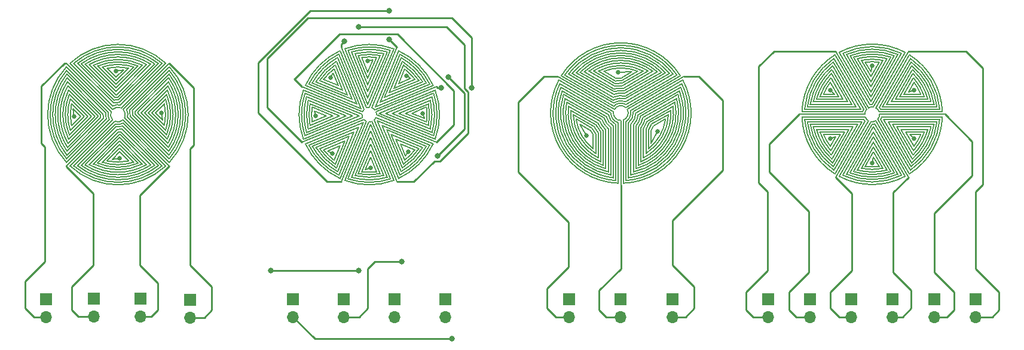
<source format=gbr>
%TF.GenerationSoftware,KiCad,Pcbnew,(6.0.5)*%
%TF.CreationDate,2022-07-10T09:12:34-07:00*%
%TF.ProjectId,micro-motor-proto-01,6d696372-6f2d-46d6-9f74-6f722d70726f,rev?*%
%TF.SameCoordinates,Original*%
%TF.FileFunction,Copper,L2,Bot*%
%TF.FilePolarity,Positive*%
%FSLAX46Y46*%
G04 Gerber Fmt 4.6, Leading zero omitted, Abs format (unit mm)*
G04 Created by KiCad (PCBNEW (6.0.5)) date 2022-07-10 09:12:34*
%MOMM*%
%LPD*%
G01*
G04 APERTURE LIST*
%TA.AperFunction,ComponentPad*%
%ADD10O,1.700000X1.700000*%
%TD*%
%TA.AperFunction,ComponentPad*%
%ADD11R,1.700000X1.700000*%
%TD*%
%TA.AperFunction,ViaPad*%
%ADD12C,0.800000*%
%TD*%
%TA.AperFunction,ViaPad*%
%ADD13C,0.650000*%
%TD*%
%TA.AperFunction,Conductor*%
%ADD14C,0.250000*%
%TD*%
%TA.AperFunction,Conductor*%
%ADD15C,0.203200*%
%TD*%
G04 APERTURE END LIST*
D10*
%TO.P,J17,2,Pin_2*%
%TO.N,/3-6 PhF*%
X169657320Y-78711658D03*
D11*
%TO.P,J17,1,Pin_1*%
X169657320Y-76171658D03*
%TD*%
%TO.P,J5,1,Pin_1*%
%TO.N,/2-8 PhA*%
X94570245Y-76171658D03*
D10*
%TO.P,J5,2,Pin_2*%
X94570245Y-78711658D03*
%TD*%
D11*
%TO.P,J3,1,Pin_1*%
%TO.N,/2 PhC*%
X37986052Y-76188129D03*
D10*
%TO.P,J3,2,Pin_2*%
X37986052Y-78728129D03*
%TD*%
D11*
%TO.P,J6,1,Pin_1*%
%TO.N,/2-8 PhB*%
X87372373Y-76171658D03*
D10*
%TO.P,J6,2,Pin_2*%
X87372373Y-78711658D03*
%TD*%
%TO.P,J13,2,Pin_2*%
%TO.N,/3-6 PhB*%
X157910033Y-78711658D03*
D11*
%TO.P,J13,1,Pin_1*%
X157910033Y-76171658D03*
%TD*%
D10*
%TO.P,J14,2,Pin_2*%
%TO.N,/3-6 PhC*%
X152036391Y-78711658D03*
D11*
%TO.P,J14,1,Pin_1*%
X152036391Y-76171658D03*
%TD*%
D10*
%TO.P,J16,2,Pin_2*%
%TO.N,/3-6 PhE*%
X140289107Y-78711658D03*
D11*
%TO.P,J16,1,Pin_1*%
X140289107Y-76171658D03*
%TD*%
%TO.P,J8,1,Pin_1*%
%TO.N,/2-8 PhD*%
X72976633Y-76171658D03*
D10*
%TO.P,J8,2,Pin_2*%
X72976633Y-78711658D03*
%TD*%
D11*
%TO.P,J9,1,Pin_1*%
%TO.N,/3 PhA*%
X126709475Y-76171658D03*
D10*
%TO.P,J9,2,Pin_2*%
X126709475Y-78711658D03*
%TD*%
D11*
%TO.P,J11,1,Pin_1*%
%TO.N,/3 PhC*%
X112037177Y-76171658D03*
D10*
%TO.P,J11,2,Pin_2*%
X112037177Y-78711658D03*
%TD*%
D11*
%TO.P,J1,1,Pin_1*%
%TO.N,/2 PhA*%
X51386052Y-76123129D03*
D10*
%TO.P,J1,2,Pin_2*%
X51386052Y-78663129D03*
%TD*%
%TO.P,J15,2,Pin_2*%
%TO.N,/3-6 PhD*%
X146162749Y-78711658D03*
D11*
%TO.P,J15,1,Pin_1*%
X146162749Y-76171658D03*
%TD*%
%TO.P,J2,1,Pin_1*%
%TO.N,/2 PhB*%
X44756885Y-76090187D03*
D10*
%TO.P,J2,2,Pin_2*%
X44756885Y-78630187D03*
%TD*%
D11*
%TO.P,J4,1,Pin_1*%
%TO.N,/2 PhD*%
X58361052Y-76263129D03*
D10*
%TO.P,J4,2,Pin_2*%
X58361052Y-78803129D03*
%TD*%
%TO.P,J12,2,Pin_2*%
%TO.N,/3-6 PhA*%
X163783675Y-78711658D03*
D11*
%TO.P,J12,1,Pin_1*%
X163783675Y-76171658D03*
%TD*%
%TO.P,J10,1,Pin_1*%
%TO.N,/3 PhB*%
X119373326Y-76171658D03*
D10*
%TO.P,J10,2,Pin_2*%
X119373326Y-78711658D03*
%TD*%
D11*
%TO.P,J7,1,Pin_1*%
%TO.N,/2-8 PhC*%
X80174503Y-76171658D03*
D10*
%TO.P,J7,2,Pin_2*%
X80174503Y-78711658D03*
%TD*%
D12*
%TO.N,/2-8 PhB*%
X82296000Y-72136000D03*
X69850000Y-72136000D03*
%TO.N,/2-8 PhC*%
X88392000Y-70866000D03*
X93472000Y-55880000D03*
X94996000Y-44704000D03*
%TO.N,/2-8 PhD*%
X95504000Y-81788000D03*
%TO.N,/2-8 PhC*%
X86614000Y-39370000D03*
X86614000Y-35306000D03*
%TO.N,/2-8 PhD*%
X93980000Y-46228000D03*
X98298000Y-46228000D03*
%TO.N,/2-8 PhB*%
X82296000Y-37592000D03*
X80264000Y-39624000D03*
D13*
%TO.N,/2 PhA*%
X48425000Y-56162431D03*
%TO.N,/2 PhB*%
X42009736Y-50250062D03*
%TO.N,/2 PhC*%
X47922104Y-43834799D03*
%TO.N,/2 PhD*%
X54337368Y-49747169D03*
%TO.N,/2-8 PhA*%
X78271028Y-44769754D03*
X89275850Y-55230246D03*
%TO.N,/2-8 PhB*%
X83580989Y-42410865D03*
X83965889Y-57589135D03*
%TO.N,/2-8 PhC*%
X78543193Y-55502411D03*
X89003685Y-44497589D03*
%TO.N,/2-8 PhD*%
X91362574Y-49807550D03*
X76184304Y-50192450D03*
%TO.N,/3 PhA*%
X124609853Y-52362618D03*
%TO.N,/3 PhB*%
X114559700Y-53002321D03*
%TO.N,/3 PhC*%
X119030779Y-43978782D03*
%TO.N,/3-6 PhA*%
X160959120Y-53402158D03*
%TO.N,/3-6 PhB*%
X154999999Y-56842658D03*
%TO.N,/3-6 PhC*%
X149040878Y-53402158D03*
%TO.N,/3-6 PhD*%
X149040878Y-46521158D03*
%TO.N,/3-6 PhE*%
X154999999Y-43080658D03*
%TO.N,/3-6 PhF*%
X160959120Y-46521158D03*
%TD*%
D14*
%TO.N,/2-8 PhB*%
X82042000Y-72136000D02*
X82296000Y-72136000D01*
X69850000Y-72136000D02*
X82042000Y-72136000D01*
%TO.N,/2-8 PhC*%
X83566000Y-77470000D02*
X82324342Y-78711658D01*
X83566000Y-71882000D02*
X83566000Y-77470000D01*
X84582000Y-70866000D02*
X83566000Y-71882000D01*
X97282000Y-52070000D02*
X93472000Y-55880000D01*
X97282000Y-46990000D02*
X97282000Y-52070000D01*
%TO.N,/2-8 PhB*%
X90094206Y-59520394D02*
X87716915Y-59520394D01*
X97731511Y-52645089D02*
X93772099Y-56604501D01*
X97731511Y-46803807D02*
X97731511Y-52645089D01*
X97223510Y-46295806D02*
X97731511Y-46803807D01*
X97223510Y-40073510D02*
X97223510Y-46295806D01*
X94742000Y-37592000D02*
X97223510Y-40073510D01*
%TO.N,/2-8 PhC*%
X94996000Y-44704000D02*
X97282000Y-46990000D01*
%TO.N,/2-8 PhA*%
X95758000Y-51479308D02*
X93293832Y-53943476D01*
X95758000Y-46609704D02*
X95758000Y-51479308D01*
%TO.N,/2-8 PhB*%
X82296000Y-37592000D02*
X94742000Y-37592000D01*
%TO.N,/2-8 PhA*%
X79597842Y-38608000D02*
X87756296Y-38608000D01*
X74253046Y-46056524D02*
X73154522Y-44958000D01*
%TO.N,/2-8 PhC*%
X88392000Y-70866000D02*
X84582000Y-70866000D01*
%TO.N,/2-8 PhB*%
X93772099Y-56604501D02*
X93010099Y-56604501D01*
%TO.N,/2-8 PhA*%
X73154522Y-44958000D02*
X73247842Y-44958000D01*
X87756296Y-38608000D02*
X95758000Y-46609704D01*
%TO.N,/2-8 PhB*%
X93010099Y-56604501D02*
X90094206Y-59520394D01*
%TO.N,/2-8 PhA*%
X73247842Y-44958000D02*
X79597842Y-38608000D01*
%TO.N,/2-8 PhC*%
X82324342Y-78711658D02*
X80174503Y-78711658D01*
%TO.N,/2-8 PhD*%
X95504000Y-81788000D02*
X76052975Y-81788000D01*
X76052975Y-81788000D02*
X72976633Y-78711658D01*
%TO.N,/3-6 PhF*%
X171986342Y-78711658D02*
X169657320Y-78711658D01*
X169672000Y-71882000D02*
X172974000Y-75184000D01*
X172974000Y-75184000D02*
X172974000Y-77724000D01*
X169672000Y-60960000D02*
X169672000Y-71882000D01*
X170688000Y-59944000D02*
X169672000Y-60960000D01*
X170688000Y-43434000D02*
X170688000Y-59944000D01*
X168291439Y-41037439D02*
X170688000Y-43434000D01*
X160152399Y-41037439D02*
X168291439Y-41037439D01*
X172974000Y-77724000D02*
X171986342Y-78711658D01*
%TO.N,/3-6 PhA*%
X165579658Y-78711658D02*
X163783675Y-78711658D01*
X165608000Y-78740000D02*
X165579658Y-78711658D01*
X166624000Y-77724000D02*
X165608000Y-78740000D01*
X166624000Y-75184000D02*
X166624000Y-77724000D01*
X163830000Y-72390000D02*
X166624000Y-75184000D01*
X163830000Y-64008000D02*
X163830000Y-72390000D01*
X169164000Y-58674000D02*
X163830000Y-64008000D01*
X169164000Y-53820859D02*
X169164000Y-58674000D01*
X165304799Y-49961658D02*
X169164000Y-53820859D01*
%TO.N,/3-6 PhB*%
X160528000Y-77470000D02*
X159286342Y-78711658D01*
X160528000Y-74930000D02*
X160528000Y-77470000D01*
X157988000Y-61050276D02*
X157988000Y-72390000D01*
X157988000Y-72390000D02*
X160528000Y-74930000D01*
X159286342Y-78711658D02*
X157910033Y-78711658D01*
X160152399Y-58885877D02*
X157988000Y-61050276D01*
%TO.N,/3-6 PhC*%
X150339658Y-78711658D02*
X152036391Y-78711658D01*
X152146000Y-72136000D02*
X149098000Y-75184000D01*
X149847599Y-58915599D02*
X152146000Y-61214000D01*
X152146000Y-61214000D02*
X152146000Y-72136000D01*
X149098000Y-75184000D02*
X149098000Y-77470000D01*
X149098000Y-77470000D02*
X150339658Y-78711658D01*
X149847599Y-58885877D02*
X149847599Y-58915599D01*
%TO.N,/3-6 PhD*%
X144243658Y-78711658D02*
X146162749Y-78711658D01*
X143256000Y-77724000D02*
X144243658Y-78711658D01*
X143256000Y-75184000D02*
X143256000Y-77724000D01*
X146050000Y-72390000D02*
X143256000Y-75184000D01*
X146050000Y-63754000D02*
X146050000Y-72390000D01*
X140462000Y-58166000D02*
X146050000Y-63754000D01*
X140462000Y-54194857D02*
X140462000Y-58166000D01*
X144695199Y-49961658D02*
X140462000Y-54194857D01*
%TO.N,/3-6 PhE*%
X138147658Y-78711658D02*
X140289107Y-78711658D01*
X137160000Y-77724000D02*
X138147658Y-78711658D01*
X137160000Y-75184000D02*
X137160000Y-77724000D01*
X140208000Y-72136000D02*
X137160000Y-75184000D01*
X140208000Y-60960000D02*
X140208000Y-72136000D01*
X138938000Y-59690000D02*
X140208000Y-60960000D01*
X138938000Y-43180000D02*
X138938000Y-59690000D01*
X141080561Y-41037439D02*
X138938000Y-43180000D01*
X149847599Y-41037439D02*
X141080561Y-41037439D01*
%TO.N,/3 PhB*%
X117319658Y-78711658D02*
X119373326Y-78711658D01*
X116332000Y-77724000D02*
X117319658Y-78711658D01*
X116332000Y-74930000D02*
X116332000Y-77724000D01*
X119400110Y-71861890D02*
X116332000Y-74930000D01*
X119400110Y-59964110D02*
X119400110Y-71861890D01*
D15*
X119400110Y-59964110D02*
X119400110Y-60086041D01*
X119400111Y-50832040D02*
X119400110Y-59964110D01*
D14*
%TO.N,/3 PhC*%
X110207658Y-78711658D02*
X112037177Y-78711658D01*
X108966000Y-77470000D02*
X110207658Y-78711658D01*
X108966000Y-74676000D02*
X108966000Y-77470000D01*
X112014000Y-65278000D02*
X112014000Y-71628000D01*
X104902000Y-58166000D02*
X112014000Y-65278000D01*
X104902000Y-48260000D02*
X104902000Y-58166000D01*
X108533160Y-44628840D02*
X104902000Y-48260000D01*
X110475893Y-44628840D02*
X108533160Y-44628840D01*
X112014000Y-71628000D02*
X108966000Y-74676000D01*
%TO.N,/3 PhA*%
X128552342Y-78711658D02*
X126709475Y-78711658D01*
X129794000Y-77470000D02*
X128552342Y-78711658D01*
X129794000Y-74422000D02*
X129794000Y-77470000D01*
X126746000Y-65024000D02*
X126746000Y-71374000D01*
X133858000Y-57912000D02*
X126746000Y-65024000D01*
X133858000Y-48006000D02*
X133858000Y-57912000D01*
X130480840Y-44628840D02*
X133858000Y-48006000D01*
X128324329Y-44628840D02*
X130480840Y-44628840D01*
X126746000Y-71374000D02*
X129794000Y-74422000D01*
%TO.N,/2 PhD*%
X60388871Y-78803129D02*
X58361052Y-78803129D01*
X61468000Y-77724000D02*
X60388871Y-78803129D01*
X61468000Y-74422000D02*
X61468000Y-77724000D01*
X58420000Y-71374000D02*
X61468000Y-74422000D01*
X58420000Y-54864000D02*
X58420000Y-71374000D01*
X58928000Y-54356000D02*
X58420000Y-54864000D01*
X58928000Y-46179875D02*
X58928000Y-54356000D01*
X55460146Y-42712021D02*
X58928000Y-46179875D01*
%TO.N,/2 PhC*%
X36310129Y-78728129D02*
X37986052Y-78728129D01*
X37846000Y-54610000D02*
X37846000Y-70866000D01*
X37846000Y-70866000D02*
X35052000Y-73660000D01*
X37338000Y-54102000D02*
X37846000Y-54610000D01*
X35052000Y-73660000D02*
X35052000Y-77470000D01*
X37338000Y-45974000D02*
X37338000Y-54102000D01*
X35052000Y-77470000D02*
X36310129Y-78728129D01*
X40599978Y-42712022D02*
X37338000Y-45974000D01*
X40886959Y-42712022D02*
X40599978Y-42712022D01*
%TO.N,/2 PhA*%
X52908871Y-78663129D02*
X51386052Y-78663129D01*
X51308000Y-71374000D02*
X53848000Y-73914000D01*
X53848000Y-73914000D02*
X53848000Y-77724000D01*
X51308000Y-61468000D02*
X51308000Y-71374000D01*
X55460146Y-57315854D02*
X51308000Y-61468000D01*
X53848000Y-77724000D02*
X52908871Y-78663129D01*
X55460146Y-57285209D02*
X55460146Y-57315854D01*
%TO.N,/2 PhB*%
X42562187Y-78630187D02*
X44756885Y-78630187D01*
X44704000Y-71374000D02*
X41656000Y-74422000D01*
X41656000Y-77724000D02*
X42562187Y-78630187D01*
X44704000Y-61214000D02*
X44704000Y-71374000D01*
X40886958Y-57396958D02*
X44704000Y-61214000D01*
X40886958Y-57285209D02*
X40886958Y-57396958D01*
X41656000Y-74422000D02*
X41656000Y-77724000D01*
%TO.N,/2-8 PhC*%
X86614000Y-39376692D02*
X87716915Y-40479607D01*
X86614000Y-39370000D02*
X86614000Y-39376692D01*
X75438000Y-35306000D02*
X86614000Y-35306000D01*
X68072000Y-42672000D02*
X75438000Y-35306000D01*
X68072000Y-48514000D02*
X68072000Y-42672000D01*
%TO.N,/2-8 PhD*%
X98298000Y-39116000D02*
X98298000Y-46228000D01*
X95504000Y-36322000D02*
X98298000Y-39116000D01*
X75057704Y-36322000D02*
X95504000Y-36322000D01*
X69342000Y-42037704D02*
X75057704Y-36322000D01*
X74253045Y-53943476D02*
X74253045Y-53933045D01*
X69342000Y-49022000D02*
X69342000Y-42037704D01*
%TO.N,/2-8 PhC*%
X68072000Y-49784000D02*
X68072000Y-48514000D01*
%TO.N,/2-8 PhD*%
X74253045Y-53933045D02*
X69342000Y-49022000D01*
%TO.N,/2-8 PhC*%
X76708000Y-58420000D02*
X68072000Y-49784000D01*
X77808393Y-59520393D02*
X76708000Y-58420000D01*
X79829963Y-59520393D02*
X77808393Y-59520393D01*
%TO.N,/2-8 PhD*%
X93980000Y-46228000D02*
X93465309Y-46228000D01*
X93465309Y-46228000D02*
X93293833Y-46056524D01*
%TO.N,/2-8 PhB*%
X79829963Y-40479606D02*
X79829963Y-40058037D01*
X79829963Y-40058037D02*
X80264000Y-39624000D01*
D15*
%TO.N,/2 PhA*%
X42439344Y-57241507D02*
X47936283Y-51744568D01*
X45951605Y-56746612D02*
X48425000Y-54273217D01*
X41911413Y-57266543D02*
X47818497Y-51359459D01*
X48712688Y-52046434D02*
X53907762Y-57241507D01*
X48425000Y-54776111D02*
X50395499Y-56746611D01*
X48598410Y-52435050D02*
X53367514Y-57204153D01*
X48425000Y-56162431D02*
X47363693Y-56340314D01*
X48916581Y-50741642D02*
X55460146Y-57285209D01*
X42979591Y-57204154D02*
X48070061Y-52113684D01*
X46632092Y-56569018D02*
X48425000Y-54776111D01*
X48425000Y-54273217D02*
X51038383Y-56886601D01*
X41394348Y-57280714D02*
X47725810Y-50949251D01*
X47363693Y-56340314D02*
X48425000Y-55279006D01*
X48884267Y-51212224D02*
X54952757Y-57280714D01*
X48424999Y-53267428D02*
X52242335Y-57084765D01*
X48472085Y-52811619D02*
X52813140Y-57152674D01*
X43533966Y-57152674D02*
X48215174Y-52471464D01*
X48425000Y-55279006D02*
X49715013Y-56569019D01*
X44695005Y-56997423D02*
X48424999Y-53267428D01*
X44104769Y-57084765D02*
X48368870Y-52820664D01*
X48424999Y-53770323D02*
X51652099Y-56997422D01*
X45308721Y-56886601D02*
X48424999Y-53770323D01*
X48810579Y-51641431D02*
X54435691Y-57266543D01*
X48884286Y-51212256D02*
G75*
G02*
X47818497Y-51359459I-710686J1213656D01*
G01*
X41911413Y-57266543D02*
G75*
G03*
X54435691Y-57266543I6262139J7267928D01*
G01*
X48810570Y-51641408D02*
G75*
G02*
X47936283Y-51744568I-637070J1642808D01*
G01*
X45308721Y-56886600D02*
G75*
G03*
X51038383Y-56886600I2864831J6887992D01*
G01*
X44104769Y-57084765D02*
G75*
G03*
X52242335Y-57084765I4068783J7086153D01*
G01*
X48916621Y-50741682D02*
G75*
G02*
X47725810Y-50949251I-743021J743082D01*
G01*
X45951615Y-56746582D02*
G75*
G03*
X50395499Y-56746611I2221985J6747982D01*
G01*
X48712691Y-52046444D02*
G75*
G02*
X48070061Y-52113683I-539091J2047744D01*
G01*
X42979590Y-57204155D02*
G75*
G03*
X53367514Y-57204153I5193960J7205535D01*
G01*
X42439345Y-57241506D02*
G75*
G03*
X53907761Y-57241506I5734208J7242894D01*
G01*
X48472085Y-52811618D02*
G75*
G02*
X48368870Y-52820664I-298585J2813518D01*
G01*
X46632097Y-56568998D02*
G75*
G03*
X49715013Y-56569019I1541503J6570398D01*
G01*
X41394349Y-57280713D02*
G75*
G03*
X54952757Y-57280714I6779204J7282098D01*
G01*
X43533966Y-57152674D02*
G75*
G03*
X52813140Y-57152674I4639587J7154062D01*
G01*
X48598410Y-52435050D02*
G75*
G02*
X48215174Y-52471463I-424810J2436050D01*
G01*
X44695005Y-56997423D02*
G75*
G03*
X51652099Y-56997422I3478545J6998793D01*
G01*
%TO.N,/2 PhB*%
X47430525Y-50741643D02*
X40886958Y-57285209D01*
X40968013Y-44804653D02*
X46058483Y-49895123D01*
X45360549Y-50297147D02*
X41019494Y-54638202D01*
X40930660Y-44264407D02*
X46427601Y-49761346D01*
X41831855Y-49188755D02*
X42893162Y-50250062D01*
X41285567Y-47133784D02*
X44401845Y-50250063D01*
X41603149Y-48457154D02*
X43396056Y-50250062D01*
X41087403Y-45929832D02*
X45351504Y-50193932D01*
X41174745Y-46520068D02*
X44904739Y-50250062D01*
X46530738Y-50635641D02*
X40905624Y-56260754D01*
X40905625Y-43736476D02*
X46812709Y-49643559D01*
X42893162Y-50250062D02*
X41603149Y-51540076D01*
X42009736Y-50250062D02*
X41831855Y-49188755D01*
X41425556Y-47776669D02*
X43898951Y-50250062D01*
X44904739Y-50250062D02*
X41087403Y-54067398D01*
X43396056Y-50250062D02*
X41425556Y-52220562D01*
X41019494Y-45359028D02*
X45700702Y-50040237D01*
X44401845Y-50250063D02*
X41174744Y-53477162D01*
X46125734Y-50537751D02*
X40930660Y-55732825D01*
X40891454Y-43219410D02*
X47222917Y-49550875D01*
X43898951Y-50250062D02*
X41285567Y-52863447D01*
X45737118Y-50423473D02*
X40968014Y-55192576D01*
X46959944Y-50709330D02*
X40891454Y-56777819D01*
X41087407Y-45929834D02*
G75*
G03*
X41087403Y-54067398I7086153J-4068786D01*
G01*
X46959951Y-50709326D02*
G75*
G02*
X46812710Y-49643559I1213649J710726D01*
G01*
X40968009Y-44804650D02*
G75*
G03*
X40968014Y-55192576I7205541J-5193960D01*
G01*
X41174749Y-46520070D02*
G75*
G03*
X41174745Y-53477162I6998811J-3478550D01*
G01*
X46125740Y-50537749D02*
G75*
G02*
X46058484Y-49895123I2047760J539149D01*
G01*
X45737121Y-50423473D02*
G75*
G02*
X45700703Y-50040237I2436379J424873D01*
G01*
X40930664Y-44264410D02*
G75*
G03*
X40930660Y-55732825I7242886J-5734210D01*
G01*
X41019499Y-45359031D02*
G75*
G03*
X41019495Y-54638202I7154061J-4639589D01*
G01*
X47430531Y-50741637D02*
G75*
G02*
X47222918Y-49550875I743069J743037D01*
G01*
X41425559Y-47776670D02*
G75*
G03*
X41425556Y-52220562I6748031J-2221950D01*
G01*
X41285570Y-47133785D02*
G75*
G03*
X41285567Y-52863447I6887980J-2864835D01*
G01*
X45360549Y-50297147D02*
G75*
G02*
X45351505Y-50193932I2813551J298547D01*
G01*
X46530748Y-50635637D02*
G75*
G02*
X46427602Y-49761346I1642752J637037D01*
G01*
X40905626Y-43736477D02*
G75*
G03*
X40905624Y-56260754I7267921J-6262139D01*
G01*
X40891455Y-43219411D02*
G75*
G03*
X40891454Y-56777819I7282098J-6779204D01*
G01*
X41603143Y-48457153D02*
G75*
G03*
X41603150Y-51540076I6570457J-1541447D01*
G01*
%TO.N,/2 PhC*%
X54435692Y-42730688D02*
X48528608Y-48637771D01*
X47922105Y-45724013D02*
X45308721Y-43110629D01*
X52242335Y-42912466D02*
X47978235Y-47176567D01*
X47922105Y-44718224D02*
X46632092Y-43428211D01*
X53367514Y-42793076D02*
X48277045Y-47883545D01*
X54952757Y-42716516D02*
X48621294Y-49047980D01*
X47875021Y-47185612D02*
X43533965Y-42844556D01*
X47922104Y-43834799D02*
X48983412Y-43656917D01*
X47462838Y-48785007D02*
X41394348Y-42716516D01*
X47634416Y-47950796D02*
X42439343Y-42755722D01*
X47430525Y-49255587D02*
X40886959Y-42712022D01*
X53907762Y-42755723D02*
X48410822Y-48252663D01*
X47922106Y-46729802D02*
X44104769Y-42912466D01*
X48983412Y-43656917D02*
X47922105Y-44718224D01*
X47748694Y-47562181D02*
X42979591Y-42793076D01*
X47536527Y-48355801D02*
X41911414Y-42730688D01*
X52813140Y-42844557D02*
X48131932Y-47525765D01*
X51038384Y-43110629D02*
X47922106Y-46226908D01*
X50395500Y-43250619D02*
X47922105Y-45724013D01*
X47922105Y-45221119D02*
X45951605Y-43250619D01*
X49715013Y-43428212D02*
X47922105Y-45221119D01*
X47922106Y-46226908D02*
X44695005Y-42999808D01*
X51652101Y-42999808D02*
X47922106Y-46729802D01*
X51038384Y-43110629D02*
G75*
G03*
X45308721Y-43110629I-2864831J-6887982D01*
G01*
X54435692Y-42730688D02*
G75*
G03*
X41911414Y-42730688I-6262139J-7267924D01*
G01*
X50395500Y-43250619D02*
G75*
G03*
X45951605Y-43250619I-2221947J-6748018D01*
G01*
X47748695Y-47562188D02*
G75*
G02*
X48131932Y-47525765I424905J-2436412D01*
G01*
X47875021Y-47185612D02*
G75*
G02*
X47978235Y-47176567I298579J-2813788D01*
G01*
X53367514Y-42793076D02*
G75*
G03*
X42979591Y-42793076I-5193961J-7205544D01*
G01*
X47634420Y-47950810D02*
G75*
G02*
X48277045Y-47883545I539180J-2047790D01*
G01*
X52242335Y-42912467D02*
G75*
G03*
X44104769Y-42912467I-4068783J-7086145D01*
G01*
X54952757Y-42716516D02*
G75*
G03*
X41394348Y-42716516I-6779204J-7282099D01*
G01*
X49715018Y-43428191D02*
G75*
G03*
X46632092Y-43428212I-1541418J-6570409D01*
G01*
X52813139Y-42844559D02*
G75*
G03*
X43533965Y-42844557I-4639589J-7154061D01*
G01*
X47536535Y-48355822D02*
G75*
G02*
X48410822Y-48252663I637065J-1642778D01*
G01*
X51652101Y-42999808D02*
G75*
G03*
X44695005Y-42999808I-3478548J-6998802D01*
G01*
X53907760Y-42755725D02*
G75*
G03*
X42439343Y-42755722I-5734210J-7242895D01*
G01*
X47462857Y-48785039D02*
G75*
G02*
X48528608Y-48637771I710743J-1213561D01*
G01*
X47430566Y-49255628D02*
G75*
G02*
X48621294Y-49047981I743034J-742972D01*
G01*
%TO.N,/2 PhD*%
X55416444Y-55732824D02*
X49919505Y-50235884D01*
X54337368Y-49747169D02*
X54515250Y-50808475D01*
X55259702Y-54067397D02*
X50995602Y-49803298D01*
X49387161Y-49287901D02*
X55455651Y-43219410D01*
X49816367Y-49361589D02*
X55441480Y-43736476D01*
X48916580Y-49255587D02*
X55460146Y-42712021D01*
X55061538Y-52863446D02*
X51945260Y-49747169D01*
X55455652Y-56777819D02*
X49124187Y-50446356D01*
X55172360Y-53477163D02*
X51442366Y-49747168D01*
X54743956Y-51540075D02*
X52951049Y-49747168D01*
X55327611Y-54638202D02*
X50646402Y-49956994D01*
X55441481Y-56260754D02*
X49534397Y-50353670D01*
X52448154Y-49747168D02*
X55061539Y-47133784D01*
X54921548Y-52220562D02*
X52448154Y-49747168D01*
X52951049Y-49747168D02*
X54921549Y-47776668D01*
X53453944Y-49747168D02*
X54743956Y-48457155D01*
X54515250Y-50808475D02*
X53453944Y-49747168D01*
X51945260Y-49747169D02*
X55172360Y-46520068D01*
X51442366Y-49747168D02*
X55259703Y-45929832D01*
X50221371Y-49459479D02*
X55416444Y-44264407D01*
X50986557Y-49700083D02*
X55327611Y-45359028D01*
X50609987Y-49573759D02*
X55379091Y-44804653D01*
X55379092Y-55192576D02*
X50288622Y-50102107D01*
X55455652Y-56777819D02*
G75*
G03*
X55455651Y-43219410I-7282097J6779204D01*
G01*
X55441485Y-56260757D02*
G75*
G03*
X55441479Y-43736477I-7267935J6262137D01*
G01*
X55259698Y-54067395D02*
G75*
G03*
X55259703Y-45929832I-7086148J4068785D01*
G01*
X55416448Y-55732827D02*
G75*
G03*
X55416443Y-44264407I-7242898J5734207D01*
G01*
X54743949Y-51540073D02*
G75*
G03*
X54743955Y-48457155I-6570449J1541473D01*
G01*
X48916584Y-49255583D02*
G75*
G02*
X49124187Y-50446356I-742984J-743017D01*
G01*
X55061535Y-52863445D02*
G75*
G03*
X55061539Y-47133784I-6887985J2864835D01*
G01*
X50609986Y-49573759D02*
G75*
G02*
X50646402Y-49956994I-2436186J-424841D01*
G01*
X55379096Y-55192579D02*
G75*
G03*
X55379090Y-44804653I-7205536J5193959D01*
G01*
X55327615Y-54638204D02*
G75*
G03*
X55327610Y-45359029I-7154065J4639584D01*
G01*
X54921545Y-52220561D02*
G75*
G03*
X54921548Y-47776668I-6748005J2221951D01*
G01*
X49816377Y-49361585D02*
G75*
G02*
X49919504Y-50235884I-1642877J-637015D01*
G01*
X55172364Y-53477165D02*
G75*
G03*
X55172360Y-46520068I-6998804J3478545D01*
G01*
X50221377Y-49459477D02*
G75*
G02*
X50288622Y-50102107I-2047877J-539123D01*
G01*
X50986558Y-49700083D02*
G75*
G02*
X50995601Y-49803298I-2813558J-298517D01*
G01*
X49387175Y-49287893D02*
G75*
G02*
X49534396Y-50353670I-1213675J-710707D01*
G01*
%TO.N,/2-8 PhA*%
X84744252Y-50402124D02*
X93293832Y-53943476D01*
X78939444Y-42975841D02*
X80680573Y-47179298D01*
X81994699Y-48493425D02*
X75206662Y-45681727D01*
X88763131Y-56470817D02*
X87523369Y-53477765D01*
X79455165Y-41433222D02*
X82651762Y-49150487D01*
X88180431Y-54134828D02*
X90244256Y-54989693D01*
X79366447Y-45865172D02*
X77302622Y-45010307D01*
X88091713Y-58566778D02*
X84895116Y-50849513D01*
X88442846Y-57556036D02*
X86209242Y-52163638D01*
X82651762Y-49150487D02*
X74723532Y-45866507D01*
X86866305Y-52820702D02*
X91329474Y-54669407D01*
X85552179Y-51506575D02*
X92340216Y-54318273D01*
X89275850Y-55230246D02*
X88908312Y-55892086D01*
X80680573Y-47179298D02*
X76217404Y-45330593D01*
X88607434Y-57024159D02*
X86866305Y-52820702D01*
X78783747Y-43529183D02*
X80023509Y-46522235D01*
X81337636Y-47836362D02*
X75703986Y-45502827D01*
X82802626Y-49597876D02*
X74253046Y-46056524D01*
X79104032Y-42443964D02*
X81337636Y-47836362D01*
X88270612Y-58069453D02*
X85552179Y-51506575D01*
X78638566Y-44107914D02*
X79366447Y-45865172D01*
X78271028Y-44769754D02*
X78638566Y-44107914D01*
X84895116Y-50849513D02*
X92823346Y-54133493D01*
X88908312Y-55892086D02*
X88180431Y-54134828D01*
X86209242Y-52163638D02*
X91842892Y-54497173D01*
X87906932Y-59049907D02*
X84480369Y-50777451D01*
X87523369Y-53477765D02*
X90797599Y-54833995D01*
X80023509Y-46522235D02*
X76749279Y-45166005D01*
X79639946Y-40950093D02*
X83066509Y-49222549D01*
X79276266Y-41930547D02*
X81994699Y-48493425D01*
X88270619Y-58069466D02*
G75*
G03*
X91842891Y-54497173I-4497219J8069466D01*
G01*
X78783751Y-43529188D02*
G75*
G03*
X77302622Y-45010307I4989749J-6470912D01*
G01*
X88091720Y-58566792D02*
G75*
G03*
X92340216Y-54318273I-4318320J8566792D01*
G01*
X88763124Y-56470808D02*
G75*
G03*
X90244255Y-54989692I-4989724J6470908D01*
G01*
X79276274Y-41930561D02*
G75*
G03*
X75703986Y-45502827I4497126J-8069439D01*
G01*
X79104039Y-42443976D02*
G75*
G03*
X76217405Y-45330593I4669361J-7556024D01*
G01*
X79639954Y-40950111D02*
G75*
G03*
X74723532Y-45866507I4133446J-9049889D01*
G01*
X84744241Y-50402120D02*
G75*
G02*
X84480368Y-50777450I-970841J402120D01*
G01*
X79455174Y-41433239D02*
G75*
G03*
X75206663Y-45681727I4318226J-8566761D01*
G01*
X82802642Y-49597882D02*
G75*
G02*
X83066510Y-49222550I970858J-402118D01*
G01*
X88607440Y-57024167D02*
G75*
G03*
X90797598Y-54833994I-4834040J7024167D01*
G01*
X78939435Y-42975827D02*
G75*
G03*
X76749279Y-45166005I4834065J-7024173D01*
G01*
X88442852Y-57556046D02*
G75*
G03*
X91329474Y-54669407I-4669452J7556046D01*
G01*
X87906940Y-59049924D02*
G75*
G03*
X92823346Y-54133493I-4133540J9049924D01*
G01*
%TO.N,/2-8 PhB*%
X81247455Y-58885946D02*
X83965888Y-52323069D01*
X83238008Y-57797238D02*
X83965888Y-56039979D01*
X82726125Y-58103804D02*
X83965888Y-55110752D01*
X83965888Y-54181524D02*
X85814594Y-58644693D01*
X83580990Y-44889248D02*
X82224759Y-41615019D01*
X83965888Y-56039979D02*
X84820752Y-58103804D01*
X80297009Y-59322071D02*
X83723572Y-51049616D01*
X83580990Y-47676931D02*
X80769292Y-40888893D01*
X84308870Y-42202762D02*
X83580990Y-43960021D01*
X83580989Y-48606159D02*
X80297009Y-40677928D01*
X80769292Y-59111107D02*
X83965889Y-51393841D01*
X85322119Y-41615019D02*
X83580990Y-45818476D01*
X83580989Y-46747703D02*
X81247456Y-41114054D01*
X83965889Y-53252297D02*
X86299422Y-58885946D01*
X84175563Y-50970813D02*
X87716915Y-59520394D01*
X83965888Y-52323069D02*
X86777586Y-59111107D01*
X84820753Y-41896196D02*
X83580990Y-44889248D01*
X83371315Y-49029187D02*
X79829963Y-40479606D01*
X83965889Y-57589135D02*
X83238008Y-57797238D01*
X83965888Y-55110752D02*
X85322119Y-58384981D01*
X86777586Y-40888893D02*
X83580989Y-48606159D01*
X85814593Y-41355307D02*
X83580989Y-46747703D01*
X82224759Y-58384981D02*
X83965888Y-54181524D01*
X83965889Y-51393841D02*
X87249869Y-59322072D01*
X83580990Y-45818476D02*
X81732284Y-41355307D01*
X86299423Y-41114054D02*
X83580990Y-47676931D01*
X87249869Y-40677929D02*
X83823306Y-48950384D01*
X83580989Y-42410865D02*
X84308870Y-42202762D01*
X81732285Y-58644693D02*
X83965889Y-53252297D01*
X83580990Y-43960021D02*
X82726126Y-41896196D01*
X80296999Y-59322097D02*
G75*
G03*
X87249869Y-59322072I3476401J9322097D01*
G01*
X81732285Y-58644693D02*
G75*
G03*
X85814594Y-58644693I2041154J8644691D01*
G01*
X82224759Y-58384980D02*
G75*
G03*
X85322119Y-58384980I1548680J8384973D01*
G01*
X84175556Y-50970797D02*
G75*
G02*
X83723572Y-51049616I-402156J970797D01*
G01*
X86299423Y-41114054D02*
G75*
G03*
X81247456Y-41114054I-2525983J-8885925D01*
G01*
X84820753Y-41896197D02*
G75*
G03*
X82726126Y-41896197I-1047314J-8103769D01*
G01*
X86777586Y-40888893D02*
G75*
G03*
X80769292Y-40888893I-3004147J-9111096D01*
G01*
X80769292Y-59111107D02*
G75*
G03*
X86777586Y-59111107I3004147J9111096D01*
G01*
X82726125Y-58103804D02*
G75*
G03*
X84820752Y-58103804I1047313J8103770D01*
G01*
X85322119Y-41615020D02*
G75*
G03*
X82224759Y-41615020I-1548680J-8384973D01*
G01*
X81247455Y-58885945D02*
G75*
G03*
X86299422Y-58885945I2525984J8885924D01*
G01*
X83371309Y-49029173D02*
G75*
G02*
X83823306Y-48950385I402091J-970827D01*
G01*
X87249859Y-40677955D02*
G75*
G03*
X80297009Y-40677929I-3476459J-9322045D01*
G01*
X85814593Y-41355308D02*
G75*
G03*
X81732284Y-41355308I-2041155J-8644690D01*
G01*
%TO.N,/2-8 PhC*%
X91842892Y-45502827D02*
X85280014Y-48221260D01*
X83371315Y-50970813D02*
X79829963Y-59520393D01*
X84175563Y-49029187D02*
X87716915Y-40479607D01*
X75703986Y-54497173D02*
X82266864Y-51778740D01*
X85937077Y-47564197D02*
X88270612Y-41930547D01*
X92340217Y-45681726D02*
X84622952Y-48878323D01*
X82923926Y-51121677D02*
X79639946Y-59049907D01*
X75206661Y-54318274D02*
X82923926Y-51121677D01*
X87251204Y-46250070D02*
X88607434Y-42975840D01*
X76749280Y-54833995D02*
X80952737Y-53092866D01*
X78543193Y-55502411D02*
X77881353Y-55134873D01*
X77881353Y-55134873D02*
X79638611Y-54406992D01*
X90797598Y-45166005D02*
X86594141Y-46907134D01*
X81609801Y-52435803D02*
X79276266Y-58069453D01*
X82266864Y-51778740D02*
X79455166Y-58566777D01*
X91329475Y-45330593D02*
X85937077Y-47564197D01*
X84622952Y-48878323D02*
X87906932Y-40950093D01*
X80952737Y-53092866D02*
X79104032Y-57556035D01*
X74723532Y-54133493D02*
X82995988Y-50706930D01*
X87908267Y-45593008D02*
X88763132Y-43529183D01*
X89003685Y-44497589D02*
X89665525Y-44865127D01*
X85280014Y-48221260D02*
X88091712Y-41433223D01*
X90244256Y-45010308D02*
X87251204Y-46250070D01*
X86594141Y-46907134D02*
X88442846Y-42443965D01*
X77302622Y-54989692D02*
X80295674Y-53749930D01*
X80295674Y-53749930D02*
X78939444Y-57024160D01*
X89665525Y-44865127D02*
X87908267Y-45593008D01*
X76217403Y-54669407D02*
X81609801Y-52435803D01*
X79638611Y-54406992D02*
X78783746Y-56470817D01*
X92823346Y-45866507D02*
X84550890Y-49293070D01*
X91842878Y-45502835D02*
G75*
G03*
X88270612Y-41930548I-8069478J-4497165D01*
G01*
X76217393Y-54669413D02*
G75*
G03*
X79104032Y-57556035I7556007J4669413D01*
G01*
X76749293Y-54833986D02*
G75*
G03*
X78939444Y-57024160I7024207J4833986D01*
G01*
X92340200Y-45681735D02*
G75*
G03*
X88091712Y-41433224I-8566800J-4318265D01*
G01*
X75206648Y-54318281D02*
G75*
G03*
X79455166Y-58566776I8566752J4318281D01*
G01*
X90797590Y-45166011D02*
G75*
G03*
X88607434Y-42975841I-7024190J-4833989D01*
G01*
X83371307Y-50970832D02*
G75*
G02*
X82995989Y-50706929I402193J970832D01*
G01*
X77302616Y-54989696D02*
G75*
G03*
X78783746Y-56470817I6470884J4989796D01*
G01*
X75703973Y-54497180D02*
G75*
G03*
X79276266Y-58069452I8069427J4497180D01*
G01*
X90244264Y-45010301D02*
G75*
G03*
X88763131Y-43529184I-6470864J-4989799D01*
G01*
X84175568Y-49029175D02*
G75*
G02*
X84550890Y-49293070I-402168J-970825D01*
G01*
X92823328Y-45866515D02*
G75*
G03*
X87906932Y-40950093I-9049928J-4133485D01*
G01*
X74723515Y-54133501D02*
G75*
G03*
X79639946Y-59049906I9049885J4133501D01*
G01*
X91329463Y-45330600D02*
G75*
G03*
X88442846Y-42443965I-7556063J-4669400D01*
G01*
%TO.N,/2-8 PhD*%
X92659385Y-52525984D02*
X86096508Y-49807551D01*
X93095510Y-53476430D02*
X84823055Y-50049867D01*
X77733460Y-50192449D02*
X75669635Y-51047313D01*
X87954963Y-49807551D02*
X92418132Y-47958845D01*
X84744252Y-49597876D02*
X93293833Y-46056524D01*
X85167280Y-49807550D02*
X93095511Y-46523570D01*
X76184304Y-50192450D02*
X75976201Y-49464569D01*
X75669635Y-48952686D02*
X78662687Y-50192449D01*
X89813418Y-49807551D02*
X91877243Y-48952687D01*
X88884191Y-49807551D02*
X92158420Y-48451320D01*
X79591915Y-50192449D02*
X75128746Y-52041155D01*
X82802626Y-50402124D02*
X74253045Y-53943476D01*
X75976201Y-49464569D02*
X77733460Y-50192449D01*
X86096508Y-49807551D02*
X92884546Y-46995853D01*
X92158420Y-51548680D02*
X87954963Y-49807551D01*
X75388458Y-48451320D02*
X79591915Y-50192449D01*
X91570677Y-50535431D02*
X89813418Y-49807551D01*
X75128746Y-47958846D02*
X80521142Y-50192450D01*
X87025736Y-49807550D02*
X92659385Y-47474017D01*
X74662332Y-46995853D02*
X82379598Y-50192450D01*
X81450370Y-50192449D02*
X74662332Y-53004147D01*
X91362574Y-49807550D02*
X91570677Y-50535431D01*
X78662687Y-50192449D02*
X75388458Y-51548680D01*
X74451368Y-46523570D02*
X82723823Y-49950133D01*
X92884546Y-53004147D02*
X85167280Y-49807550D01*
X80521142Y-50192450D02*
X74887493Y-52525983D01*
X74887493Y-47474016D02*
X81450370Y-50192449D01*
X91877243Y-51047314D02*
X88884191Y-49807551D01*
X92418132Y-52041154D02*
X87025736Y-49807550D01*
X82379598Y-50192450D02*
X74451367Y-53476430D01*
X84744246Y-49597878D02*
G75*
G02*
X84823054Y-50049867I-970746J-402122D01*
G01*
X92158420Y-51548680D02*
G75*
G03*
X92158420Y-48451320I-8385020J1548680D01*
G01*
X93095511Y-53476430D02*
G75*
G03*
X93095511Y-46523570I-9322111J3476430D01*
G01*
X74451367Y-46523570D02*
G75*
G03*
X74451367Y-53476430I9322033J-3476430D01*
G01*
X75669636Y-48952686D02*
G75*
G03*
X75669636Y-51047313I8103764J-1047314D01*
G01*
X91877243Y-51047314D02*
G75*
G03*
X91877243Y-48952687I-8103743J1047314D01*
G01*
X92418132Y-52041154D02*
G75*
G03*
X92418132Y-47958845I-8644732J2041154D01*
G01*
X75128746Y-47958846D02*
G75*
G03*
X75128746Y-52041155I8644654J-2041154D01*
G01*
X92659384Y-52525984D02*
G75*
G03*
X92659385Y-47474017I-8885884J2525984D01*
G01*
X75388459Y-48451320D02*
G75*
G03*
X75388459Y-51548680I8384941J-1548680D01*
G01*
X92884546Y-53004147D02*
G75*
G03*
X92884546Y-46995853I-9111146J3004147D01*
G01*
X74887494Y-47474016D02*
G75*
G03*
X74887494Y-52525983I8885906J-2525984D01*
G01*
X82802630Y-50402122D02*
G75*
G02*
X82723824Y-49950133I970770J402122D01*
G01*
X74662332Y-46995853D02*
G75*
G03*
X74662332Y-53004147I9111068J-3004147D01*
G01*
%TO.N,/3 PhA*%
X120310131Y-49255840D02*
X128324329Y-44628840D01*
X123423656Y-51153749D02*
X126493257Y-49381514D01*
X123714467Y-51396460D02*
X126145593Y-49992850D01*
X119755711Y-59724083D02*
X119755712Y-50770042D01*
X122194530Y-50220940D02*
X127511215Y-47151350D01*
X122600512Y-56123947D02*
X122600510Y-52002308D01*
X122244912Y-56677523D02*
X122244911Y-51888066D01*
X124000452Y-51641960D02*
X125735328Y-50640327D01*
X121889311Y-57189849D02*
X121889311Y-51767262D01*
X123311711Y-54838156D02*
X123311711Y-52214754D01*
X121863488Y-50001455D02*
X127704423Y-46629189D01*
X121178111Y-58120605D02*
X121178110Y-51500380D01*
X121151823Y-49591112D02*
X128041152Y-45613556D01*
X123127313Y-50914232D02*
X126794868Y-48796768D01*
X120466911Y-58957436D02*
X120466912Y-51183589D01*
X120822511Y-58549012D02*
X120822511Y-51350000D01*
X120756313Y-49408849D02*
X128188666Y-45117777D01*
X122514133Y-50447028D02*
X127297882Y-47685128D01*
X121533711Y-57668968D02*
X121533711Y-51638620D01*
X121517691Y-49790489D02*
X127880330Y-46117019D01*
X124609853Y-52362618D02*
X123667311Y-54052495D01*
X120111311Y-59348443D02*
X120111311Y-50994564D01*
X123667311Y-54052495D02*
X123667311Y-52314305D01*
X122956111Y-55517195D02*
X122956112Y-52110954D01*
X122824531Y-50678431D02*
X127060755Y-48232647D01*
X119755711Y-59724084D02*
G75*
G03*
X128188666Y-45117777I-355601J9942844D01*
G01*
X123714463Y-51396459D02*
G75*
G02*
X123311710Y-52214753I-4314063J1615059D01*
G01*
X120822511Y-58549011D02*
G75*
G03*
X127704422Y-46629189I-1422401J8767771D01*
G01*
X120111311Y-59348443D02*
G75*
G03*
X128041151Y-45613556I-711201J9567203D01*
G01*
X121889311Y-57189850D02*
G75*
G03*
X127060755Y-48232647I-2489201J7408610D01*
G01*
X123423665Y-51153752D02*
G75*
G02*
X122956112Y-52110954I-4023565J1372552D01*
G01*
X122244910Y-56677519D02*
G75*
G03*
X126794867Y-48796768I-2844810J6896289D01*
G01*
X122194546Y-50220943D02*
G75*
G02*
X121533711Y-51638620I-2794446J439743D01*
G01*
X121863509Y-50001457D02*
G75*
G02*
X121178110Y-51500380I-2463409J220257D01*
G01*
X120310175Y-49255814D02*
G75*
G02*
X119755712Y-50770041I-910075J-525386D01*
G01*
X124000455Y-51641961D02*
G75*
G02*
X123667310Y-52314305I-4600155J1860661D01*
G01*
X122824542Y-50678434D02*
G75*
G02*
X122244911Y-51888066I-3424442J897234D01*
G01*
X121533712Y-57668971D02*
G75*
G03*
X127297881Y-47685128I-2133592J7887721D01*
G01*
X123127321Y-50914234D02*
G75*
G02*
X122600510Y-52002308I-3727221J1133034D01*
G01*
X122956096Y-55517170D02*
G75*
G03*
X126145592Y-49992850I-3555996J5735970D01*
G01*
X123311697Y-54838138D02*
G75*
G03*
X125735328Y-50640327I-3911597J5056938D01*
G01*
X121151855Y-49591108D02*
G75*
G02*
X120466912Y-51183589I-1751755J-190092D01*
G01*
X120756351Y-49408838D02*
G75*
G02*
X120111311Y-50994563I-1356251J-372362D01*
G01*
X122514146Y-50447031D02*
G75*
G02*
X121889311Y-51767262I-3114046J665831D01*
G01*
X120466911Y-58957436D02*
G75*
G03*
X127880330Y-46117019I-1066801J9176196D01*
G01*
X121178111Y-58120607D02*
G75*
G03*
X127511214Y-47151350I-1778001J8339367D01*
G01*
X121517717Y-49790489D02*
G75*
G02*
X120822511Y-51350000I-2117617J9289D01*
G01*
X122600512Y-56123948D02*
G75*
G03*
X126493257Y-49381514I-3200402J6342708D01*
G01*
%TO.N,/3 PhB*%
X117266512Y-52145169D02*
X117266512Y-57668970D01*
X117622110Y-51981428D02*
X117622113Y-58120607D01*
X110611556Y-45117778D02*
X118365981Y-49594797D01*
X114559700Y-53002321D02*
X113567497Y-51341116D01*
X111739468Y-48232646D02*
X116435566Y-50943940D01*
X113064893Y-50640326D02*
X115336826Y-51952028D01*
X112005356Y-48796767D02*
X116153146Y-51191497D01*
X117977710Y-51804480D02*
X117977711Y-58549010D01*
X118688911Y-51393332D02*
X118688912Y-59348442D01*
X115844111Y-52709971D02*
X115844112Y-55517194D01*
X113567497Y-51341116D02*
X115072811Y-52210211D01*
X116555311Y-52442597D02*
X116555311Y-56677522D01*
X118333311Y-51610494D02*
X118333310Y-58957436D01*
X111502339Y-47685127D02*
X116724773Y-50700301D01*
X111289009Y-47151350D02*
X117022295Y-50461465D01*
X112306964Y-49381513D02*
X115876411Y-51442334D01*
X119044510Y-51141943D02*
X119044512Y-59724084D01*
X110759071Y-45613557D02*
X117993742Y-49790495D01*
X115488512Y-52834894D02*
X115488511Y-54838155D01*
X111095798Y-46629189D02*
X117330325Y-50228694D01*
X116910910Y-52298278D02*
X116910911Y-57189850D01*
X110919892Y-46117017D02*
X117652241Y-50003941D01*
X116199711Y-52579479D02*
X116199711Y-56123947D01*
X112654628Y-49992850D02*
X115604519Y-51695970D01*
X115844113Y-52709969D02*
G75*
G02*
X115336827Y-51952028I3555887J2928669D01*
G01*
X111502283Y-47685112D02*
G75*
G03*
X117266512Y-57668969I7897817J-2096088D01*
G01*
X112654593Y-49992851D02*
G75*
G03*
X115844112Y-55517193I6745507J211651D01*
G01*
X110759012Y-45613528D02*
G75*
G03*
X118688912Y-59348441I8641088J-4167672D01*
G01*
X116910921Y-52298267D02*
G75*
G02*
X116153147Y-51191497I2489179J2517067D01*
G01*
X119400111Y-50831984D02*
G75*
G02*
X118365982Y-49594797I-11J1050784D01*
G01*
X116199702Y-52579487D02*
G75*
G02*
X115604519Y-51695970I3200398J2798187D01*
G01*
X117622125Y-51981410D02*
G75*
G02*
X116724773Y-50700301I1777975J2200210D01*
G01*
X111739415Y-48232635D02*
G75*
G03*
X116910911Y-57189850I7660685J-1548565D01*
G01*
X111095742Y-46629168D02*
G75*
G03*
X117977711Y-58549009I8304358J-3152032D01*
G01*
X118688927Y-51393297D02*
G75*
G02*
X117652242Y-50003941I711173J1612097D01*
G01*
X113064864Y-50640330D02*
G75*
G03*
X115488511Y-54838154I6335236J859130D01*
G01*
X110919833Y-46116992D02*
G75*
G03*
X118333310Y-58957436I8480267J-3664208D01*
G01*
X112306922Y-49381511D02*
G75*
G03*
X116199711Y-56123947I7093178J-399689D01*
G01*
X112005307Y-48796761D02*
G75*
G03*
X116555311Y-56677522I7394793J-984439D01*
G01*
X117977727Y-51804457D02*
G75*
G02*
X117022296Y-50461465I1422373J2023257D01*
G01*
X110611495Y-45117746D02*
G75*
G03*
X119044512Y-59724084I8788605J-4663454D01*
G01*
X118333327Y-51610466D02*
G75*
G02*
X117330326Y-50228694I1066773J1829266D01*
G01*
X119044522Y-51141895D02*
G75*
G02*
X117993743Y-49790495I355578J1360695D01*
G01*
X111288952Y-47151331D02*
G75*
G03*
X117622113Y-58120606I8111148J-2629869D01*
G01*
X117266518Y-52145163D02*
G75*
G02*
X116435567Y-50943940I2133482J2363863D01*
G01*
X115488519Y-52834889D02*
G75*
G02*
X115072811Y-52210211I3911681J3053789D01*
G01*
X116555309Y-52442599D02*
G75*
G02*
X115876412Y-51442334I2844891J2661399D01*
G01*
%TO.N,/3 PhC*%
X118383692Y-47141355D02*
X113067008Y-44071764D01*
X127833067Y-44501861D02*
X120078638Y-48978881D01*
X118711370Y-44866869D02*
X116976494Y-43865238D01*
X123292858Y-43838259D02*
X119723411Y-45899079D01*
X118419690Y-46751524D02*
X113635938Y-43989624D01*
X124571555Y-43921225D02*
X119875458Y-46632519D01*
X126282024Y-44165520D02*
X120047498Y-47765026D01*
X122589593Y-43833678D02*
X119639703Y-45536797D01*
X118359599Y-48359278D02*
X111470272Y-44381722D01*
X123950069Y-43869430D02*
X119802275Y-46264159D01*
X119030779Y-43978782D02*
X120965526Y-43950110D01*
X118349332Y-47942738D02*
X111986692Y-44269266D01*
X121823728Y-43865237D02*
X119551795Y-45176938D01*
X126813531Y-44269266D02*
X120081181Y-48156189D01*
X118399508Y-48792931D02*
X110967156Y-44501859D01*
X118517710Y-45986894D02*
X114850155Y-43869430D01*
X120965526Y-43950110D02*
X119460210Y-44819205D01*
X118641755Y-45237288D02*
X116210629Y-43833677D01*
X125164284Y-43989624D02*
X119941850Y-47004797D01*
X118359135Y-47537786D02*
X112518200Y-44165521D01*
X125733215Y-44071765D02*
X119999928Y-47381878D01*
X118490093Y-49255841D02*
X110475893Y-44628840D01*
X118576966Y-45610493D02*
X115507366Y-43838258D01*
X118464891Y-46367010D02*
X114228666Y-43921224D01*
X127329951Y-44381723D02*
X120095280Y-48558662D01*
X123292851Y-43838270D02*
G75*
G03*
X115507366Y-43838258I-3892751J-5942930D01*
G01*
X118349329Y-47942733D02*
G75*
G02*
X120047498Y-47765026I1050771J-1838467D01*
G01*
X118399505Y-48792928D02*
G75*
G02*
X120095280Y-48558662I1000595J-988272D01*
G01*
X125164283Y-43989625D02*
G75*
G03*
X113635939Y-43989625I-5764172J-5791611D01*
G01*
X118490088Y-49255838D02*
G75*
G02*
X120078638Y-48978882I910012J-525362D01*
G01*
X118641754Y-45237282D02*
G75*
G02*
X119551795Y-45176938I758346J-4544218D01*
G01*
X118711370Y-44866871D02*
G75*
G02*
X119460210Y-44819205I688730J-4914029D01*
G01*
X124571546Y-43921235D02*
G75*
G03*
X114228666Y-43921224I-5171446J-5859965D01*
G01*
X118517709Y-45986892D02*
G75*
G02*
X119723411Y-45899080I882391J-3794308D01*
G01*
X118576965Y-45610488D02*
G75*
G02*
X119639703Y-45536797I823135J-4170912D01*
G01*
X118359595Y-48359272D02*
G75*
G02*
X120081181Y-48156189I1040505J-1421928D01*
G01*
X123950069Y-43869430D02*
G75*
G03*
X114850155Y-43869430I-4549957J-5911807D01*
G01*
X126813530Y-44269267D02*
G75*
G03*
X111986692Y-44269266I-7413419J-5511976D01*
G01*
X126282009Y-44165532D02*
G75*
G03*
X112518200Y-44165521I-6881909J-5615668D01*
G01*
X118383690Y-47141349D02*
G75*
G02*
X119941850Y-47004797I1016410J-2639851D01*
G01*
X121823724Y-43865246D02*
G75*
G03*
X116976494Y-43865238I-2423624J-5915954D01*
G01*
X122589588Y-43833687D02*
G75*
G03*
X116210629Y-43833677I-3189488J-5947513D01*
G01*
X118464890Y-46367006D02*
G75*
G02*
X119802275Y-46264159I935210J-3414294D01*
G01*
X118419689Y-46751522D02*
G75*
G02*
X119875458Y-46632519I980411J-3029678D01*
G01*
X127833065Y-44501862D02*
G75*
G03*
X110967157Y-44501859I-8432955J-5279378D01*
G01*
X118359131Y-47537776D02*
G75*
G02*
X119999928Y-47381879I1040969J-2243524D01*
G01*
X125733202Y-44071776D02*
G75*
G03*
X113067008Y-44071764I-6333102J-5709424D01*
G01*
X127329949Y-44381724D02*
G75*
G03*
X111470272Y-44381722I-7929839J-5399516D01*
G01*
%TO.N,/3-6 PhA*%
X160911809Y-54511614D02*
X159722031Y-52450858D01*
X159722031Y-52450858D02*
X162408608Y-52450858D01*
X160279379Y-58394613D02*
X155802359Y-50640186D01*
X160399517Y-57891498D02*
X156222578Y-50656828D01*
X160791615Y-55725831D02*
X158490197Y-51739658D01*
X160615719Y-56843570D02*
X157258362Y-51028458D01*
X156642445Y-50672858D02*
X164567201Y-50672858D01*
X159106114Y-52095258D02*
X162887727Y-52095258D01*
X157874280Y-51384058D02*
X163767770Y-51384058D01*
X160709475Y-56294761D02*
X157874280Y-51384058D01*
X160337949Y-52806458D02*
X161896282Y-52806458D01*
X157258362Y-51028458D02*
X164176195Y-51028458D01*
X156050799Y-49961658D02*
X165304799Y-49961658D01*
X158490197Y-51739658D02*
X163339366Y-51739658D01*
X156360701Y-50317258D02*
X164942842Y-50317258D01*
X160511973Y-57375077D02*
X156642445Y-50672858D01*
X160959120Y-53402158D02*
X160337949Y-52806458D01*
X160860014Y-55133102D02*
X159106114Y-52095258D01*
X160860024Y-55133111D02*
G75*
G03*
X162408607Y-52450858I-5860024J5171411D01*
G01*
X160511989Y-57375099D02*
G75*
G03*
X164176194Y-51028458I-5511989J7413399D01*
G01*
X160615735Y-56843590D02*
G75*
G03*
X163767770Y-51384058I-5615735J6881890D01*
G01*
X156050772Y-49961658D02*
G75*
G02*
X155802358Y-50640186I-1050772J-42D01*
G01*
X160709490Y-56294778D02*
G75*
G03*
X163339365Y-51739658I-5709490J6333078D01*
G01*
X156360691Y-50317255D02*
G75*
G02*
X156222578Y-50656828I-1360691J355555D01*
G01*
X160279379Y-58394613D02*
G75*
G03*
X164942841Y-50317258I-5279379J8432953D01*
G01*
X160399534Y-57891523D02*
G75*
G03*
X164567200Y-50672858I-5399534J7929823D01*
G01*
X160791627Y-55725843D02*
G75*
G03*
X162887726Y-52095258I-5791627J5764143D01*
G01*
X160911817Y-54511620D02*
G75*
G03*
X161896282Y-52806458I-5911817J4549920D01*
G01*
%TO.N,/3-6 PhB*%
X150832315Y-58602698D02*
X155009254Y-51368028D01*
X155372391Y-51317860D02*
X159663462Y-58750213D01*
X150336536Y-58750213D02*
X154813557Y-50995786D01*
X155205305Y-51739658D02*
X159167683Y-58602698D01*
X151335777Y-58441877D02*
X155205305Y-51739658D01*
X155205305Y-55295658D02*
X156548593Y-57622302D01*
X155205305Y-52450858D02*
X158664221Y-58441877D01*
X154015527Y-57356414D02*
X155205305Y-55295658D01*
X153451405Y-57622302D02*
X155205305Y-54584458D01*
X155205305Y-54584458D02*
X157096111Y-57859431D01*
X152370109Y-58072761D02*
X155205305Y-53162058D01*
X155525399Y-50871677D02*
X160152399Y-58885877D01*
X154999999Y-56842658D02*
X155205305Y-56006858D01*
X155205305Y-53162058D02*
X158152050Y-58265970D01*
X155205305Y-53873258D02*
X157629889Y-58072761D01*
X152903887Y-57859431D02*
X155205305Y-53873258D01*
X155205305Y-56006858D02*
X155984471Y-57356414D01*
X151847948Y-58265970D02*
X155205305Y-52450858D01*
X152903887Y-57859430D02*
G75*
G03*
X157096111Y-57859430I2096112J7897762D01*
G01*
X152370109Y-58072761D02*
G75*
G03*
X157629889Y-58072761I2629890J8111097D01*
G01*
X150832315Y-58602697D02*
G75*
G03*
X159167683Y-58602697I4167684J8641040D01*
G01*
X151335777Y-58441877D02*
G75*
G03*
X158664221Y-58441877I3664222J8480214D01*
G01*
X150336536Y-58750213D02*
G75*
G03*
X159663462Y-58750213I4663463J8788557D01*
G01*
X155372392Y-51317863D02*
G75*
G02*
X155009254Y-51368028I-372392J1356263D01*
G01*
X155525397Y-50871674D02*
G75*
G02*
X154813557Y-50995786I-525397J909974D01*
G01*
X151847948Y-58265970D02*
G75*
G03*
X158152050Y-58265970I3152051J8304306D01*
G01*
X153451405Y-57622302D02*
G75*
G03*
X156548593Y-57622302I1548594J7660665D01*
G01*
X154015527Y-57356413D02*
G75*
G03*
X155984471Y-57356413I984472J7394766D01*
G01*
%TO.N,/3-6 PhC*%
X147591390Y-52450858D02*
X151099190Y-52450858D01*
X147112271Y-52095258D02*
X151715107Y-52095258D01*
X154474599Y-50871677D02*
X149847599Y-58885877D01*
X148103716Y-52806458D02*
X150483272Y-52806458D01*
X145432797Y-50672858D02*
X153786675Y-50672858D01*
X146232228Y-51384058D02*
X152946941Y-51384058D01*
X149040878Y-53402158D02*
X149867355Y-53162058D01*
X152331024Y-51739658D02*
X149384279Y-56843570D01*
X151099190Y-52450858D02*
X149208383Y-55725831D01*
X151715107Y-52095258D02*
X149290523Y-56294761D01*
X154011689Y-50962260D02*
X149720619Y-58394613D01*
X145057156Y-50317258D02*
X154011197Y-50317258D01*
X145823803Y-51028458D02*
X153562859Y-51028458D01*
X150483272Y-52806458D02*
X149139984Y-55133102D01*
X149867355Y-53162058D02*
X149088189Y-54511614D01*
X146660632Y-51739658D02*
X152331024Y-51739658D01*
X152946941Y-51384058D02*
X149488025Y-57375077D01*
X153562859Y-51028458D02*
X149600481Y-57891498D01*
X145823832Y-51028455D02*
G75*
G03*
X149488025Y-57375077I9176168J1066755D01*
G01*
X146232255Y-51384054D02*
G75*
G03*
X149384279Y-56843569I8767745J1422354D01*
G01*
X146660656Y-51739653D02*
G75*
G03*
X149290524Y-56294760I8339344J1777953D01*
G01*
X148103726Y-52806454D02*
G75*
G03*
X149088190Y-54511613I6896274J2844754D01*
G01*
X147112290Y-52095253D02*
G75*
G03*
X149208384Y-55725830I7887710J2133553D01*
G01*
X154011683Y-50962266D02*
G75*
G02*
X153786675Y-50672858I988317J1000566D01*
G01*
X154474588Y-50871696D02*
G75*
G02*
X154011198Y-50317258I525412J909996D01*
G01*
X147591404Y-52450853D02*
G75*
G03*
X149139984Y-55133102I7408596J2489153D01*
G01*
X145432830Y-50672856D02*
G75*
G03*
X149600481Y-57891497I9567170J711156D01*
G01*
X145057190Y-50317257D02*
G75*
G03*
X149720619Y-58394613I9942810J355557D01*
G01*
%TO.N,/3-6 PhD*%
X149384279Y-43079746D02*
X152741636Y-48894858D01*
X149040878Y-46521158D02*
X149662049Y-47116858D01*
X153357553Y-49250458D02*
X145432797Y-49250458D01*
X149139984Y-44790214D02*
X150893884Y-47828058D01*
X150893884Y-47828058D02*
X147112271Y-47828058D01*
X152125718Y-48539258D02*
X146232228Y-48539258D01*
X151509801Y-48183658D02*
X146660632Y-48183658D01*
X149208383Y-44197485D02*
X151509801Y-48183658D01*
X149290523Y-43628555D02*
X152125718Y-48539258D01*
X153949199Y-49961658D02*
X144695199Y-49961658D01*
X149662049Y-47116858D02*
X148103716Y-47116858D01*
X150277967Y-47472458D02*
X147591390Y-47472458D01*
X149600481Y-42031818D02*
X153777420Y-49266488D01*
X153639297Y-49606058D02*
X145057156Y-49606058D01*
X149088189Y-45411702D02*
X150277967Y-47472458D01*
X149720619Y-41528703D02*
X154197639Y-49283130D01*
X152741636Y-48894858D02*
X145823803Y-48894858D01*
X149488025Y-42548239D02*
X153357553Y-49250458D01*
X149488042Y-42548262D02*
G75*
G03*
X145823803Y-48894858I5511958J-7413438D01*
G01*
X149600498Y-42031844D02*
G75*
G03*
X145432797Y-49250458I5399502J-7929856D01*
G01*
X149384295Y-43079766D02*
G75*
G03*
X146232229Y-48539258I5615705J-6881934D01*
G01*
X153949172Y-49961658D02*
G75*
G02*
X154197639Y-49283130I1050828J-42D01*
G01*
X153639288Y-49606056D02*
G75*
G02*
X153777420Y-49266488I1360712J-355644D01*
G01*
X149720620Y-41528705D02*
G75*
G03*
X145057157Y-49606058I5279380J-8432955D01*
G01*
X149290537Y-43628571D02*
G75*
G03*
X146660632Y-48183658I5709463J-6333129D01*
G01*
X149139995Y-44790224D02*
G75*
G03*
X147591390Y-47472458I5860005J-5171476D01*
G01*
X149208365Y-44197467D02*
G75*
G03*
X147112271Y-47828058I5791635J-5764133D01*
G01*
X149088178Y-45411694D02*
G75*
G03*
X148103716Y-47116858I5911822J-4549906D01*
G01*
%TO.N,/3-6 PhE*%
X154999999Y-43080658D02*
X154794693Y-43916458D01*
X158152050Y-41657346D02*
X154794693Y-47472458D01*
X158664221Y-41481439D02*
X154794693Y-48183658D01*
X154794693Y-44627658D02*
X153451405Y-42301014D01*
X157096111Y-42063885D02*
X154794693Y-46050058D01*
X159663462Y-41173103D02*
X155186441Y-48927530D01*
X159167683Y-41320618D02*
X154990744Y-48555288D01*
X154794693Y-47472458D02*
X151335777Y-41481439D01*
X154794693Y-48183658D02*
X150832315Y-41320618D01*
X156548593Y-42301014D02*
X154794693Y-45338858D01*
X157629889Y-41850555D02*
X154794693Y-46761258D01*
X154794693Y-45338858D02*
X152903887Y-42063885D01*
X154474599Y-49051639D02*
X149847599Y-41037439D01*
X154794693Y-46761258D02*
X151847948Y-41657346D01*
X155984471Y-42566902D02*
X154794693Y-44627658D01*
X154794693Y-43916458D02*
X154015527Y-42566902D01*
X154794693Y-46050058D02*
X152370109Y-41850555D01*
X154627607Y-48605456D02*
X150336536Y-41173103D01*
X154474597Y-49051635D02*
G75*
G02*
X155186441Y-48927530I525403J-910065D01*
G01*
X156548593Y-42301014D02*
G75*
G03*
X153451405Y-42301014I-1548594J-7660665D01*
G01*
X157096111Y-42063886D02*
G75*
G03*
X152903887Y-42063886I-2096112J-7897762D01*
G01*
X157629889Y-41850555D02*
G75*
G03*
X152370109Y-41850555I-2629890J-8111097D01*
G01*
X158664221Y-41481439D02*
G75*
G03*
X151335777Y-41481439I-3664222J-8480214D01*
G01*
X154627607Y-48605454D02*
G75*
G02*
X154990744Y-48555288I372393J-1356246D01*
G01*
X159663462Y-41173103D02*
G75*
G03*
X150336536Y-41173103I-4663463J-8788557D01*
G01*
X158152050Y-41657346D02*
G75*
G03*
X151847948Y-41657346I-3152051J-8304306D01*
G01*
X159167683Y-41320619D02*
G75*
G03*
X150832315Y-41320619I-4167684J-8641040D01*
G01*
X155984471Y-42566903D02*
G75*
G03*
X154015527Y-42566903I-984472J-7394766D01*
G01*
%TO.N,/3-6 PhF*%
X159516726Y-47116858D02*
X160860014Y-44790214D01*
X155525399Y-49051639D02*
X160152399Y-41037439D01*
X163339366Y-48183658D02*
X157668974Y-48183658D01*
X164176195Y-48894858D02*
X156437139Y-48894858D01*
X157668974Y-48183658D02*
X160615719Y-43079746D01*
X160959120Y-46521158D02*
X160132643Y-46761258D01*
X158900808Y-47472458D02*
X160791615Y-44197485D01*
X161896282Y-47116858D02*
X159516726Y-47116858D01*
X163767770Y-48539258D02*
X157053057Y-48539258D01*
X160132643Y-46761258D02*
X160911809Y-45411702D01*
X164567201Y-49250458D02*
X156213323Y-49250458D01*
X162887727Y-47828058D02*
X158284891Y-47828058D01*
X155988309Y-48961056D02*
X160279379Y-41528703D01*
X157053057Y-48539258D02*
X160511973Y-42548239D01*
X164942842Y-49606058D02*
X155988801Y-49606058D01*
X162408608Y-47472458D02*
X158900808Y-47472458D01*
X158284891Y-47828058D02*
X160709475Y-43628555D01*
X156437139Y-48894858D02*
X160399517Y-42031818D01*
X163767795Y-48539254D02*
G75*
G03*
X160615719Y-43079746I-8767795J-1422446D01*
G01*
X155525388Y-49051658D02*
G75*
G02*
X155988801Y-49606058I-525388J-910042D01*
G01*
X161896269Y-47116863D02*
G75*
G03*
X160911808Y-45411702I-6896269J-2844737D01*
G01*
X164567232Y-49250456D02*
G75*
G03*
X160399516Y-42031819I-9567232J-711244D01*
G01*
X164176223Y-48894855D02*
G75*
G03*
X160511973Y-42548240I-9176223J-1066845D01*
G01*
X164942877Y-49606057D02*
G75*
G03*
X160279379Y-41528703I-9942877J-355643D01*
G01*
X162408622Y-47472453D02*
G75*
G03*
X160860014Y-44790214I-7408622J-2489247D01*
G01*
X162887702Y-47828065D02*
G75*
G03*
X160791615Y-44197485I-7887702J-2133535D01*
G01*
X155988317Y-48961048D02*
G75*
G02*
X156213322Y-49250458I-988317J-1000552D01*
G01*
X163339387Y-48183653D02*
G75*
G03*
X160709475Y-43628555I-8339387J-1778047D01*
G01*
%TD*%
M02*

</source>
